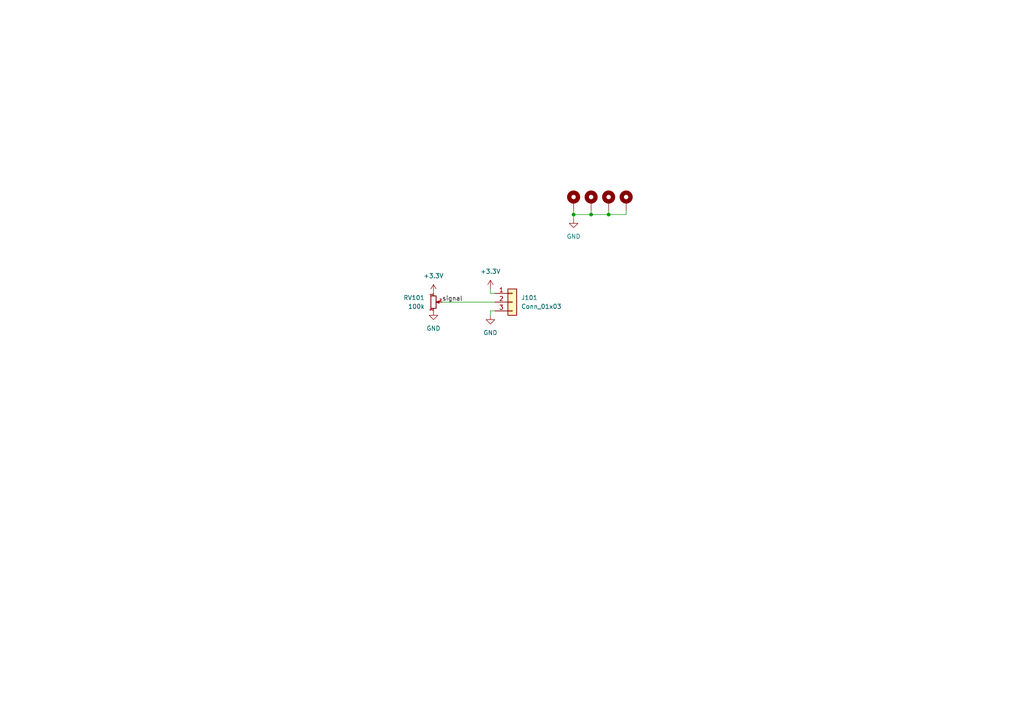
<source format=kicad_sch>
(kicad_sch (version 20230121) (generator eeschema)
  (paper "A4")
  (lib_symbols
    (symbol "Connector_Generic:Conn_01x03" (pin_names (offset 1.016) hide)
      (property "Reference" "J" (at 0 5.08 0))
      (property "Value" "Conn_01x03" (at 0 -5.08 0))
      (symbol "Conn_01x03_1_1"
        (rectangle (start -1.27 -2.413) (end 0 -2.667) (stroke (width 0.1524)))
        (rectangle (start -1.27 0.127) (end 0 -0.127) (stroke (width 0.1524)))
        (rectangle (start -1.27 2.667) (end 0 2.413) (stroke (width 0.1524)))
        (rectangle (start -1.27 3.81) (end 1.27 -3.81) (stroke (width 0.254)) (fill (type background)))
        (pin passive line (at -5.08 2.54 0) (length 3.81) (name "Pin_1") (number "1"))
        (pin passive line (at -5.08 0 0) (length 3.81) (name "Pin_2") (number "2"))
        (pin passive line (at -5.08 -2.54 0) (length 3.81) (name "Pin_3") (number "3"))
      )
    )
    (symbol "Device:R_Potentiometer_Small" (pin_names (offset 1.016) hide)
      (property "Reference" "RV" (at -4.445 0 90))
      (property "Value" "R_Potentiometer_Small" (at -2.54 0 90))
      (symbol "R_Potentiometer_Small_0_1"
        (polyline (pts (xy 0.889 0) (xy 0.635 0) (xy 1.651 0.381) (xy 1.651 -0.381) (xy 0.635 0) (xy 0.889 0)) (fill (type outline)))
        (rectangle (start 0.762 1.8034) (end -0.762 -1.8034) (stroke (width 0.254)))
      )
      (symbol "R_Potentiometer_Small_1_1"
        (pin passive line (at 0 2.54 270) (length 0.635) (name "1") (number "1"))
        (pin passive line (at 2.54 0 180) (length 0.9906) (name "2") (number "2"))
        (pin passive line (at 0 -2.54 90) (length 0.635) (name "3") (number "3"))
      )
    )
    (symbol "Mechanical:MountingHole_Pad" (pin_numbers hide) (pin_names (offset 1.016) hide)
      (property "Reference" "H" (at 0 6.35 0))
      (property "Value" "MountingHole_Pad" (at 0 4.445 0))
      (symbol "MountingHole_Pad_0_1"
        (circle (center 0 1.27) (radius 1.27) (stroke (width 1.27)))
      )
      (symbol "MountingHole_Pad_1_1"
        (pin input line (at 0 -2.54 90) (length 2.54) (name "1") (number "1"))
      )
    )
    (symbol "power:+3.3V" (power) (pin_names (offset 0))
      (property "Value" "+3.3V" (at 0 3.556 0))
      (symbol "+3.3V_0_1"
        (polyline (pts (xy -0.762 1.27) (xy 0 2.54)))
        (polyline (pts (xy 0 0) (xy 0 2.54)))
        (polyline (pts (xy 0 2.54) (xy 0.762 1.27)))
      )
      (symbol "+3.3V_1_1"
        (pin power_in line (at 0 0 90) (length 0) hide (name "+3.3V") (number "1"))
      )
    )
    (symbol "power:GND" (power) (pin_names (offset 0))
      (property "Value" "GND" (at 0 -3.81 0))
      (symbol "GND_0_1"
        (polyline (pts (xy 0 0) (xy 0 -1.27) (xy 1.27 -1.27) (xy 0 -2.54) (xy -1.27 -1.27) (xy 0 -1.27)))
      )
      (symbol "GND_1_1"
        (pin power_in line (at 0 0 270) (length 0) hide (name "GND") (number "1"))
      )
    )
  )
  (junction (at 176.53 62.23))
  (junction (at 166.37 62.23))
  (junction (at 171.45 62.23))
  (wire (pts (xy 166.37 62.23) (xy 171.45 62.23)))
  (wire (pts (xy 142.24 91.44) (xy 142.24 90.17)))
  (wire (pts (xy 171.45 62.23) (xy 176.53 62.23)))
  (wire (pts (xy 142.24 90.17) (xy 143.51 90.17)))
  (wire (pts (xy 176.53 62.23) (xy 181.61 62.23)))
  (wire (pts (xy 176.53 60.96) (xy 176.53 62.23)))
  (wire (pts (xy 166.37 60.96) (xy 166.37 62.23)))
  (wire (pts (xy 142.24 83.82) (xy 142.24 85.09)))
  (wire (pts (xy 142.24 85.09) (xy 143.51 85.09)))
  (wire (pts (xy 181.61 62.23) (xy 181.61 60.96)))
  (wire (pts (xy 128.27 87.63) (xy 143.51 87.63)))
  (wire (pts (xy 171.45 60.96) (xy 171.45 62.23)))
  (wire (pts (xy 166.37 62.23) (xy 166.37 63.5)))
  (label "signal" (at 128.27 87.63 0))
  (symbol (lib_id "power:+3.3V") (at 142.24 83.82 0) (unit 1)
    (property "Reference" "#PWR0104" (effects hide))
    (property "Value" "+3.3V" (at 142.24 78.74 0))
  )
  (symbol (lib_id "Mechanical:MountingHole_Pad") (at 181.61 58.42 0) (unit 1)
    (property "Reference" "H104" (effects hide))
    (property "Value" "MountingHole_Pad" (effects hide))
    (property "Footprint" "MountingHole:MountingHole_3.2mm_M3_Pad" (effects hide))
  )
  (symbol (lib_id "Device:R_Potentiometer_Small") (at 125.73 87.63 0) (unit 1)
    (property "Reference" "RV101" (at 123.19 86.36 0) (effects (justify right)))
    (property "Value" "100k" (at 123.19 88.9 0) (effects (justify right)))
    (property "Footprint" "WITNS:Potentiometer_Alpha_RD901F-40-00D_Single_Vertical" (effects hide))
  )
  (symbol (lib_id "Mechanical:MountingHole_Pad") (at 166.37 58.42 0) (unit 1)
    (property "Reference" "H101" (effects hide))
    (property "Value" "MountingHole_Pad" (effects hide))
    (property "Footprint" "MountingHole:MountingHole_3.2mm_M3_Pad" (effects hide))
  )
  (symbol (lib_id "power:GND") (at 142.24 91.44 0) (mirror y) (unit 1)
    (property "Reference" "#PWR0103" (effects hide))
    (property "Value" "GND" (at 142.24 96.52 0))
  )
  (symbol (lib_id "Connector_Generic:Conn_01x03") (at 148.59 87.63 0) (unit 1)
    (property "Reference" "J101" (at 151.13 86.36 0) (effects (justify left)))
    (property "Value" "Conn_01x03" (at 151.13 88.9 0) (effects (justify left)))
    (property "Footprint" "Connector_JST:JST_XH_S3B-XH-A-1_1x03_P2.50mm_Horizontal" (effects hide))
  )
  (symbol (lib_id "power:+3.3V") (at 125.73 85.09 0) (unit 1)
    (property "Reference" "#PWR0102" (effects hide))
    (property "Value" "+3.3V" (at 125.73 80.01 0))
  )
  (symbol (lib_id "Mechanical:MountingHole_Pad") (at 176.53 58.42 0) (unit 1)
    (property "Reference" "H103" (effects hide))
    (property "Value" "MountingHole_Pad" (effects hide))
    (property "Footprint" "MountingHole:MountingHole_3.2mm_M3_Pad" (effects hide))
  )
  (symbol (lib_id "Mechanical:MountingHole_Pad") (at 171.45 58.42 0) (unit 1)
    (property "Reference" "H102" (effects hide))
    (property "Value" "MountingHole_Pad" (effects hide))
    (property "Footprint" "MountingHole:MountingHole_3.2mm_M3_Pad" (effects hide))
  )
  (symbol (lib_id "power:GND") (at 166.37 63.5 0) (unit 1)
    (property "Reference" "#PWR0105" (effects hide))
    (property "Value" "GND" (at 166.37 68.58 0))
  )
  (symbol (lib_id "power:GND") (at 125.73 90.17 0) (unit 1)
    (property "Reference" "#PWR0101" (effects hide))
    (property "Value" "GND" (at 125.73 95.25 0))
  )
)
</source>
